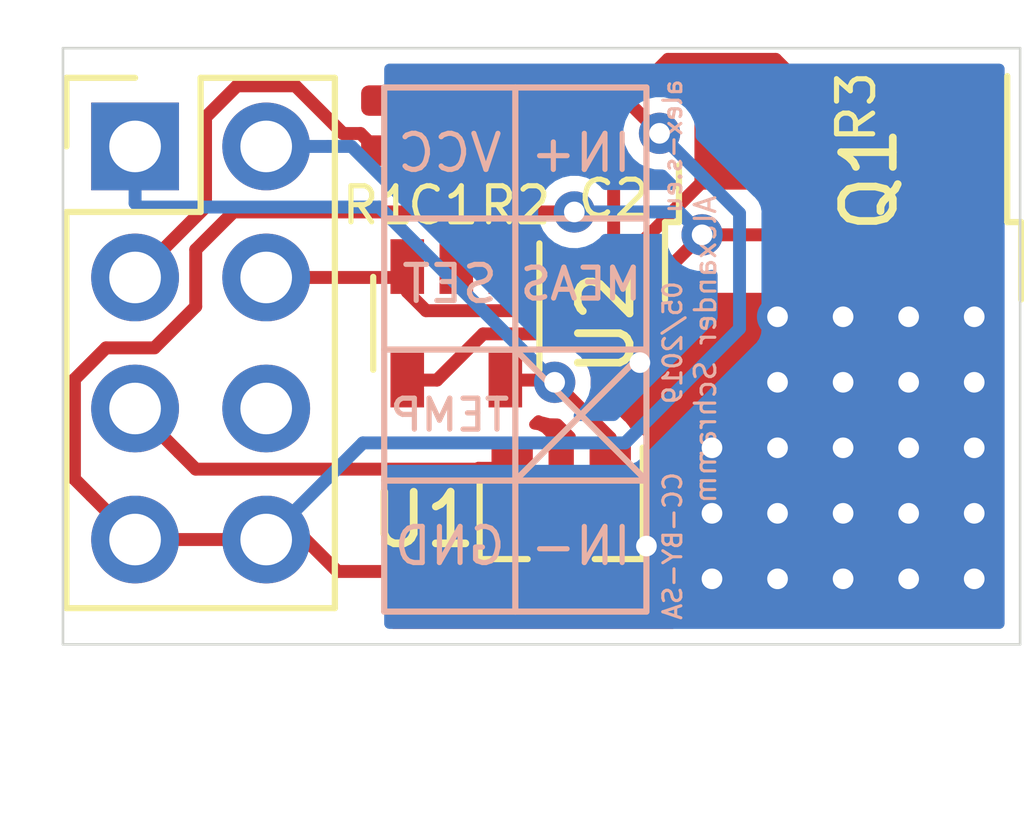
<source format=kicad_pcb>
(kicad_pcb (version 20190516) (host pcbnew "(5.1.0-724-gb8e2054b2)")

  (general
    (thickness 1.6)
    (drawings 38)
    (tracks 112)
    (modules 9)
    (nets 11)
  )

  (page "A4")
  (layers
    (0 "F.Cu" signal)
    (31 "B.Cu" signal)
    (32 "B.Adhes" user)
    (33 "F.Adhes" user)
    (34 "B.Paste" user)
    (35 "F.Paste" user)
    (36 "B.SilkS" user)
    (37 "F.SilkS" user)
    (38 "B.Mask" user)
    (39 "F.Mask" user)
    (40 "Dwgs.User" user)
    (41 "Cmts.User" user)
    (42 "Eco1.User" user)
    (43 "Eco2.User" user)
    (44 "Edge.Cuts" user)
    (45 "Margin" user)
    (46 "B.CrtYd" user)
    (47 "F.CrtYd" user)
    (48 "B.Fab" user)
    (49 "F.Fab" user)
  )

  (setup
    (last_trace_width 0.25)
    (user_trace_width 0.5)
    (trace_clearance 0.2)
    (zone_clearance 0.3)
    (zone_45_only no)
    (trace_min 0.2)
    (via_size 0.8)
    (via_drill 0.4)
    (via_min_size 0.4)
    (via_min_drill 0.3)
    (uvia_size 0.3)
    (uvia_drill 0.1)
    (uvias_allowed no)
    (uvia_min_size 0.2)
    (uvia_min_drill 0.1)
    (max_error 0.005)
    (edge_width 0.05)
    (segment_width 0.2)
    (pcb_text_width 0.3)
    (pcb_text_size 1.5 1.5)
    (mod_edge_width 0.12)
    (mod_text_size 1 1)
    (mod_text_width 0.15)
    (pad_size 6.4 5.8)
    (pad_drill 0)
    (pad_to_mask_clearance 0.051)
    (solder_mask_min_width 0.25)
    (aux_axis_origin 0 0)
    (visible_elements FFFFFF7F)
    (pcbplotparams
      (layerselection 0x010fc_ffffffff)
      (usegerberextensions true)
      (usegerberattributes false)
      (usegerberadvancedattributes false)
      (creategerberjobfile false)
      (excludeedgelayer true)
      (linewidth 0.100000)
      (plotframeref false)
      (viasonmask false)
      (mode 1)
      (useauxorigin false)
      (hpglpennumber 1)
      (hpglpenspeed 20)
      (hpglpendiameter 15.000000)
      (psnegative false)
      (psa4output false)
      (plotreference true)
      (plotvalue true)
      (plotinvisibletext false)
      (padsonsilk false)
      (subtractmaskfromsilk false)
      (outputformat 1)
      (mirror false)
      (drillshape 0)
      (scaleselection 1)
      (outputdirectory "gerbers/"))
  )

  (net 0 "")
  (net 1 "Net-(C1-Pad2)")
  (net 2 "/filter_in")
  (net 3 "GND")
  (net 4 "/filter_out")
  (net 5 "/temp_sense")
  (net 6 "/cur_sense")
  (net 7 "/current_set")
  (net 8 "/CONN_V+")
  (net 9 "+5V")
  (net 10 "Net-(J1-Pad6)")

  (net_class "Default" "Dies ist die voreingestellte Netzklasse."
    (clearance 0.2)
    (trace_width 0.25)
    (via_dia 0.8)
    (via_drill 0.4)
    (uvia_dia 0.3)
    (uvia_drill 0.1)
    (add_net "+5V")
    (add_net "/CONN_V+")
    (add_net "/cur_sense")
    (add_net "/current_set")
    (add_net "/filter_in")
    (add_net "/filter_out")
    (add_net "/temp_sense")
    (add_net "GND")
    (add_net "Net-(C1-Pad2)")
    (add_net "Net-(J1-Pad6)")
  )

  (module "Connector_PinHeader_2.54mm:PinHeader_2x04_P2.54mm_Vertical" (layer "F.Cu") (tedit 59FED5CC) (tstamp 5CEC8678)
    (at 49.784 98.298)
    (descr "Through hole straight pin header, 2x04, 2.54mm pitch, double rows")
    (tags "Through hole pin header THT 2x04 2.54mm double row")
    (path "/5CF24122")
    (fp_text reference "J1" (at 4.826 7.874 90) (layer "F.SilkS") hide
      (effects (font (size 1 1) (thickness 0.15)))
    )
    (fp_text value "Connector" (at 1.27 9.95) (layer "F.Fab")
      (effects (font (size 1 1) (thickness 0.15)))
    )
    (fp_text user "%R" (at 1.27 3.81 90) (layer "F.Fab")
      (effects (font (size 1 1) (thickness 0.15)))
    )
    (fp_line (start 4.35 -1.8) (end -1.8 -1.8) (layer "F.CrtYd") (width 0.05))
    (fp_line (start 4.35 9.4) (end 4.35 -1.8) (layer "F.CrtYd") (width 0.05))
    (fp_line (start -1.8 9.4) (end 4.35 9.4) (layer "F.CrtYd") (width 0.05))
    (fp_line (start -1.8 -1.8) (end -1.8 9.4) (layer "F.CrtYd") (width 0.05))
    (fp_line (start -1.33 -1.33) (end 0 -1.33) (layer "F.SilkS") (width 0.12))
    (fp_line (start -1.33 0) (end -1.33 -1.33) (layer "F.SilkS") (width 0.12))
    (fp_line (start 1.27 -1.33) (end 3.87 -1.33) (layer "F.SilkS") (width 0.12))
    (fp_line (start 1.27 1.27) (end 1.27 -1.33) (layer "F.SilkS") (width 0.12))
    (fp_line (start -1.33 1.27) (end 1.27 1.27) (layer "F.SilkS") (width 0.12))
    (fp_line (start 3.87 -1.33) (end 3.87 8.95) (layer "F.SilkS") (width 0.12))
    (fp_line (start -1.33 1.27) (end -1.33 8.95) (layer "F.SilkS") (width 0.12))
    (fp_line (start -1.33 8.95) (end 3.87 8.95) (layer "F.SilkS") (width 0.12))
    (fp_line (start -1.27 0) (end 0 -1.27) (layer "F.Fab") (width 0.1))
    (fp_line (start -1.27 8.89) (end -1.27 0) (layer "F.Fab") (width 0.1))
    (fp_line (start 3.81 8.89) (end -1.27 8.89) (layer "F.Fab") (width 0.1))
    (fp_line (start 3.81 -1.27) (end 3.81 8.89) (layer "F.Fab") (width 0.1))
    (fp_line (start 0 -1.27) (end 3.81 -1.27) (layer "F.Fab") (width 0.1))
    (pad "8" thru_hole oval (at 2.54 7.62) (size 1.7 1.7) (drill 1) (layers *.Cu *.Mask)
      (net 3 "GND"))
    (pad "7" thru_hole oval (at 0 7.62) (size 1.7 1.7) (drill 1) (layers *.Cu *.Mask)
      (net 3 "GND"))
    (pad "6" thru_hole oval (at 2.54 5.08) (size 1.7 1.7) (drill 1) (layers *.Cu *.Mask)
      (net 10 "Net-(J1-Pad6)"))
    (pad "5" thru_hole oval (at 0 5.08) (size 1.7 1.7) (drill 1) (layers *.Cu *.Mask)
      (net 5 "/temp_sense"))
    (pad "4" thru_hole oval (at 2.54 2.54) (size 1.7 1.7) (drill 1) (layers *.Cu *.Mask)
      (net 6 "/cur_sense"))
    (pad "3" thru_hole oval (at 0 2.54) (size 1.7 1.7) (drill 1) (layers *.Cu *.Mask)
      (net 7 "/current_set"))
    (pad "2" thru_hole oval (at 2.54 0) (size 1.7 1.7) (drill 1) (layers *.Cu *.Mask)
      (net 8 "/CONN_V+"))
    (pad "1" thru_hole rect (at 0 0) (size 1.7 1.7) (drill 1) (layers *.Cu *.Mask)
      (net 9 "+5V"))
    (model "${KISYS3DMOD}/Connector_PinHeader_2.54mm.3dshapes/PinHeader_2x04_P2.54mm_Vertical.wrl"
      (at (xyz 0 0 0))
      (scale (xyz 1 1 1))
      (rotate (xyz 0 0 0))
    )
  )

  (module "Package_TO_SOT_SMD:SOT-23-5" (layer "F.Cu") (tedit 5A02FF57) (tstamp 5CEC9B96)
    (at 56.007 101.727 270)
    (descr "5-pin SOT23 package")
    (tags "SOT-23-5")
    (path "/5CEC9CFA")
    (attr smd)
    (fp_text reference "U2" (at 0 -2.9 90) (layer "F.SilkS")
      (effects (font (size 1 1) (thickness 0.15)))
    )
    (fp_text value "LMV611" (at 0 2.9 90) (layer "F.Fab")
      (effects (font (size 1 1) (thickness 0.15)))
    )
    (fp_line (start 0.9 -1.55) (end 0.9 1.55) (layer "F.Fab") (width 0.1))
    (fp_line (start 0.9 1.55) (end -0.9 1.55) (layer "F.Fab") (width 0.1))
    (fp_line (start -0.9 -0.9) (end -0.9 1.55) (layer "F.Fab") (width 0.1))
    (fp_line (start 0.9 -1.55) (end -0.25 -1.55) (layer "F.Fab") (width 0.1))
    (fp_line (start -0.9 -0.9) (end -0.25 -1.55) (layer "F.Fab") (width 0.1))
    (fp_line (start -1.9 1.8) (end -1.9 -1.8) (layer "F.CrtYd") (width 0.05))
    (fp_line (start 1.9 1.8) (end -1.9 1.8) (layer "F.CrtYd") (width 0.05))
    (fp_line (start 1.9 -1.8) (end 1.9 1.8) (layer "F.CrtYd") (width 0.05))
    (fp_line (start -1.9 -1.8) (end 1.9 -1.8) (layer "F.CrtYd") (width 0.05))
    (fp_line (start 0.9 -1.61) (end -1.55 -1.61) (layer "F.SilkS") (width 0.12))
    (fp_line (start -0.9 1.61) (end 0.9 1.61) (layer "F.SilkS") (width 0.12))
    (fp_text user "%R" (at 0 -0.011) (layer "F.Fab")
      (effects (font (size 0.5 0.5) (thickness 0.075)))
    )
    (pad "5" smd rect (at 1.1 -0.95 270) (size 1.06 0.65) (layers "F.Cu" "F.Paste" "F.Mask")
      (net 9 "+5V"))
    (pad "4" smd rect (at 1.1 0.95 270) (size 1.06 0.65) (layers "F.Cu" "F.Paste" "F.Mask")
      (net 2 "/filter_in"))
    (pad "3" smd rect (at -1.1 0.95 270) (size 1.06 0.65) (layers "F.Cu" "F.Paste" "F.Mask")
      (net 6 "/cur_sense"))
    (pad "2" smd rect (at -1.1 0 270) (size 1.06 0.65) (layers "F.Cu" "F.Paste" "F.Mask")
      (net 3 "GND"))
    (pad "1" smd rect (at -1.1 -0.95 270) (size 1.06 0.65) (layers "F.Cu" "F.Paste" "F.Mask")
      (net 4 "/filter_out"))
    (model "${KISYS3DMOD}/Package_TO_SOT_SMD.3dshapes/SOT-23-5.wrl"
      (at (xyz 0 0 0))
      (scale (xyz 1 1 1))
      (rotate (xyz 0 0 0))
    )
  )

  (module "Package_TO_SOT_SMD:SOT-23" (layer "F.Cu") (tedit 5A02FF57) (tstamp 5CEC841F)
    (at 58.039 105.537 270)
    (descr "SOT-23, Standard")
    (tags "SOT-23")
    (path "/5CF0DC0C")
    (attr smd)
    (fp_text reference "U1" (at 0 2.667) (layer "F.SilkS")
      (effects (font (size 1 1) (thickness 0.15)))
    )
    (fp_text value "MCP9700T-ETT" (at 0 2.5 270) (layer "F.Fab")
      (effects (font (size 1 1) (thickness 0.15)))
    )
    (fp_line (start 0.76 1.58) (end -0.7 1.58) (layer "F.SilkS") (width 0.12))
    (fp_line (start 0.76 -1.58) (end -1.4 -1.58) (layer "F.SilkS") (width 0.12))
    (fp_line (start -1.7 1.75) (end -1.7 -1.75) (layer "F.CrtYd") (width 0.05))
    (fp_line (start 1.7 1.75) (end -1.7 1.75) (layer "F.CrtYd") (width 0.05))
    (fp_line (start 1.7 -1.75) (end 1.7 1.75) (layer "F.CrtYd") (width 0.05))
    (fp_line (start -1.7 -1.75) (end 1.7 -1.75) (layer "F.CrtYd") (width 0.05))
    (fp_line (start 0.76 -1.58) (end 0.76 -0.65) (layer "F.SilkS") (width 0.12))
    (fp_line (start 0.76 1.58) (end 0.76 0.65) (layer "F.SilkS") (width 0.12))
    (fp_line (start -0.7 1.52) (end 0.7 1.52) (layer "F.Fab") (width 0.1))
    (fp_line (start 0.7 -1.52) (end 0.7 1.52) (layer "F.Fab") (width 0.1))
    (fp_line (start -0.7 -0.95) (end -0.15 -1.52) (layer "F.Fab") (width 0.1))
    (fp_line (start -0.15 -1.52) (end 0.7 -1.52) (layer "F.Fab") (width 0.1))
    (fp_line (start -0.7 -0.95) (end -0.7 1.5) (layer "F.Fab") (width 0.1))
    (fp_text user "%R" (at 0 0 180) (layer "F.Fab")
      (effects (font (size 0.5 0.5) (thickness 0.075)))
    )
    (pad "3" smd rect (at 1 0 270) (size 0.9 0.8) (layers "F.Cu" "F.Paste" "F.Mask")
      (net 3 "GND"))
    (pad "2" smd rect (at -1 0.95 270) (size 0.9 0.8) (layers "F.Cu" "F.Paste" "F.Mask")
      (net 5 "/temp_sense"))
    (pad "1" smd rect (at -1 -0.95 270) (size 0.9 0.8) (layers "F.Cu" "F.Paste" "F.Mask")
      (net 9 "+5V"))
    (model "${KISYS3DMOD}/Package_TO_SOT_SMD.3dshapes/SOT-23.wrl"
      (at (xyz 0 0 0))
      (scale (xyz 1 1 1))
      (rotate (xyz 0 0 0))
    )
  )

  (module "Resistor_SMD:R_0402_1005Metric" (layer "F.Cu") (tedit 5B301BBD) (tstamp 5CEC840A)
    (at 62.738 97.64 90)
    (descr "Resistor SMD 0402 (1005 Metric), square (rectangular) end terminal, IPC_7351 nominal, (Body size source: http://www.tortai-tech.com/upload/download/2011102023233369053.pdf), generated with kicad-footprint-generator")
    (tags "resistor")
    (path "/5CEC730F")
    (attr smd)
    (fp_text reference "R3" (at 0.104 1.016 90) (layer "F.SilkS")
      (effects (font (size 0.7 0.7) (thickness 0.1)))
    )
    (fp_text value "10R" (at 0 1.17 90) (layer "F.Fab")
      (effects (font (size 1 1) (thickness 0.15)))
    )
    (fp_text user "%R" (at 0 0 90) (layer "F.Fab")
      (effects (font (size 0.25 0.25) (thickness 0.04)))
    )
    (fp_line (start 0.93 0.47) (end -0.93 0.47) (layer "F.CrtYd") (width 0.05))
    (fp_line (start 0.93 -0.47) (end 0.93 0.47) (layer "F.CrtYd") (width 0.05))
    (fp_line (start -0.93 -0.47) (end 0.93 -0.47) (layer "F.CrtYd") (width 0.05))
    (fp_line (start -0.93 0.47) (end -0.93 -0.47) (layer "F.CrtYd") (width 0.05))
    (fp_line (start 0.5 0.25) (end -0.5 0.25) (layer "F.Fab") (width 0.1))
    (fp_line (start 0.5 -0.25) (end 0.5 0.25) (layer "F.Fab") (width 0.1))
    (fp_line (start -0.5 -0.25) (end 0.5 -0.25) (layer "F.Fab") (width 0.1))
    (fp_line (start -0.5 0.25) (end -0.5 -0.25) (layer "F.Fab") (width 0.1))
    (pad "2" smd roundrect (at 0.485 0 90) (size 0.59 0.64) (layers "F.Cu" "F.Paste" "F.Mask") (roundrect_rratio 0.25)
      (net 3 "GND"))
    (pad "1" smd roundrect (at -0.485 0 90) (size 0.59 0.64) (layers "F.Cu" "F.Paste" "F.Mask") (roundrect_rratio 0.25)
      (net 6 "/cur_sense"))
    (model "${KISYS3DMOD}/Resistor_SMD.3dshapes/R_0402_1005Metric.wrl"
      (at (xyz 0 0 0))
      (scale (xyz 1 1 1))
      (rotate (xyz 0 0 0))
    )
  )

  (module "Resistor_SMD:R_0402_1005Metric" (layer "F.Cu") (tedit 5B301BBD) (tstamp 5CEC83FB)
    (at 57.15 97.917 90)
    (descr "Resistor SMD 0402 (1005 Metric), square (rectangular) end terminal, IPC_7351 nominal, (Body size source: http://www.tortai-tech.com/upload/download/2011102023233369053.pdf), generated with kicad-footprint-generator")
    (tags "resistor")
    (path "/5CED3CE6")
    (attr smd)
    (fp_text reference "R2" (at -1.524 0 180) (layer "F.SilkS")
      (effects (font (size 0.7 0.7) (thickness 0.1)))
    )
    (fp_text value "10k" (at 0 1.17 90) (layer "F.Fab")
      (effects (font (size 1 1) (thickness 0.15)))
    )
    (fp_text user "%R" (at 0 0 90) (layer "F.Fab")
      (effects (font (size 0.25 0.25) (thickness 0.04)))
    )
    (fp_line (start 0.93 0.47) (end -0.93 0.47) (layer "F.CrtYd") (width 0.05))
    (fp_line (start 0.93 -0.47) (end 0.93 0.47) (layer "F.CrtYd") (width 0.05))
    (fp_line (start -0.93 -0.47) (end 0.93 -0.47) (layer "F.CrtYd") (width 0.05))
    (fp_line (start -0.93 0.47) (end -0.93 -0.47) (layer "F.CrtYd") (width 0.05))
    (fp_line (start 0.5 0.25) (end -0.5 0.25) (layer "F.Fab") (width 0.1))
    (fp_line (start 0.5 -0.25) (end 0.5 0.25) (layer "F.Fab") (width 0.1))
    (fp_line (start -0.5 -0.25) (end 0.5 -0.25) (layer "F.Fab") (width 0.1))
    (fp_line (start -0.5 0.25) (end -0.5 -0.25) (layer "F.Fab") (width 0.1))
    (pad "2" smd roundrect (at 0.485 0 90) (size 0.59 0.64) (layers "F.Cu" "F.Paste" "F.Mask") (roundrect_rratio 0.25)
      (net 1 "Net-(C1-Pad2)"))
    (pad "1" smd roundrect (at -0.485 0 90) (size 0.59 0.64) (layers "F.Cu" "F.Paste" "F.Mask") (roundrect_rratio 0.25)
      (net 4 "/filter_out"))
    (model "${KISYS3DMOD}/Resistor_SMD.3dshapes/R_0402_1005Metric.wrl"
      (at (xyz 0 0 0))
      (scale (xyz 1 1 1))
      (rotate (xyz 0 0 0))
    )
  )

  (module "Resistor_SMD:R_0402_1005Metric" (layer "F.Cu") (tedit 5B301BBD) (tstamp 5CEC83EC)
    (at 54.483 97.894 270)
    (descr "Resistor SMD 0402 (1005 Metric), square (rectangular) end terminal, IPC_7351 nominal, (Body size source: http://www.tortai-tech.com/upload/download/2011102023233369053.pdf), generated with kicad-footprint-generator")
    (tags "resistor")
    (path "/5CED5600")
    (attr smd)
    (fp_text reference "R1" (at 1.547 0 180) (layer "F.SilkS")
      (effects (font (size 0.7 0.7) (thickness 0.1)))
    )
    (fp_text value "10k" (at 0 1.17 90) (layer "F.Fab")
      (effects (font (size 1 1) (thickness 0.15)))
    )
    (fp_text user "%R" (at 0 0 90) (layer "F.Fab")
      (effects (font (size 0.25 0.25) (thickness 0.04)))
    )
    (fp_line (start 0.93 0.47) (end -0.93 0.47) (layer "F.CrtYd") (width 0.05))
    (fp_line (start 0.93 -0.47) (end 0.93 0.47) (layer "F.CrtYd") (width 0.05))
    (fp_line (start -0.93 -0.47) (end 0.93 -0.47) (layer "F.CrtYd") (width 0.05))
    (fp_line (start -0.93 0.47) (end -0.93 -0.47) (layer "F.CrtYd") (width 0.05))
    (fp_line (start 0.5 0.25) (end -0.5 0.25) (layer "F.Fab") (width 0.1))
    (fp_line (start 0.5 -0.25) (end 0.5 0.25) (layer "F.Fab") (width 0.1))
    (fp_line (start -0.5 -0.25) (end 0.5 -0.25) (layer "F.Fab") (width 0.1))
    (fp_line (start -0.5 0.25) (end -0.5 -0.25) (layer "F.Fab") (width 0.1))
    (pad "2" smd roundrect (at 0.485 0 270) (size 0.59 0.64) (layers "F.Cu" "F.Paste" "F.Mask") (roundrect_rratio 0.25)
      (net 7 "/current_set"))
    (pad "1" smd roundrect (at -0.485 0 270) (size 0.59 0.64) (layers "F.Cu" "F.Paste" "F.Mask") (roundrect_rratio 0.25)
      (net 1 "Net-(C1-Pad2)"))
    (model "${KISYS3DMOD}/Resistor_SMD.3dshapes/R_0402_1005Metric.wrl"
      (at (xyz 0 0 0))
      (scale (xyz 1 1 1))
      (rotate (xyz 0 0 0))
    )
  )

  (module "Package_TO_SOT_SMD:TO-252-2" (layer "F.Cu") (tedit 5CEC7B57) (tstamp 5CEC83DD)
    (at 63.5 102.235 270)
    (descr "TO-252 / DPAK SMD package, http://www.infineon.com/cms/en/product/packages/PG-TO252/PG-TO252-3-1/")
    (tags "DPAK TO-252 DPAK-3 TO-252-3 SOT-428")
    (path "/5CEC659F")
    (attr smd)
    (fp_text reference "Q1" (at -3.302 -0.508 270) (layer "F.SilkS")
      (effects (font (size 1 1) (thickness 0.15)))
    )
    (fp_text value "WSF40N06" (at 0 4.5 90) (layer "F.Fab")
      (effects (font (size 1 1) (thickness 0.15)))
    )
    (fp_text user "%R" (at 0 0 90) (layer "F.Fab")
      (effects (font (size 1 1) (thickness 0.15)))
    )
    (fp_line (start 5.55 -3.5) (end -5.55 -3.5) (layer "F.CrtYd") (width 0.05))
    (fp_line (start 5.55 3.5) (end 5.55 -3.5) (layer "F.CrtYd") (width 0.05))
    (fp_line (start -5.55 3.5) (end 5.55 3.5) (layer "F.CrtYd") (width 0.05))
    (fp_line (start -5.55 -3.5) (end -5.55 3.5) (layer "F.CrtYd") (width 0.05))
    (fp_line (start -2.47 3.18) (end -3.57 3.18) (layer "F.SilkS") (width 0.12))
    (fp_line (start -2.47 3.45) (end -2.47 3.18) (layer "F.SilkS") (width 0.12))
    (fp_line (start -0.97 3.45) (end -2.47 3.45) (layer "F.SilkS") (width 0.12))
    (fp_line (start -2.47 -3.18) (end -5.3 -3.18) (layer "F.SilkS") (width 0.12))
    (fp_line (start -2.47 -3.45) (end -2.47 -3.18) (layer "F.SilkS") (width 0.12))
    (fp_line (start -0.97 -3.45) (end -2.47 -3.45) (layer "F.SilkS") (width 0.12))
    (fp_line (start -4.97 2.655) (end -2.27 2.655) (layer "F.Fab") (width 0.1))
    (fp_line (start -4.97 1.905) (end -4.97 2.655) (layer "F.Fab") (width 0.1))
    (fp_line (start -2.27 1.905) (end -4.97 1.905) (layer "F.Fab") (width 0.1))
    (fp_line (start -4.97 -1.905) (end -2.27 -1.905) (layer "F.Fab") (width 0.1))
    (fp_line (start -4.97 -2.655) (end -4.97 -1.905) (layer "F.Fab") (width 0.1))
    (fp_line (start -1.865 -2.655) (end -4.97 -2.655) (layer "F.Fab") (width 0.1))
    (fp_line (start -1.27 -3.25) (end 3.95 -3.25) (layer "F.Fab") (width 0.1))
    (fp_line (start -2.27 -2.25) (end -1.27 -3.25) (layer "F.Fab") (width 0.1))
    (fp_line (start -2.27 3.25) (end -2.27 -2.25) (layer "F.Fab") (width 0.1))
    (fp_line (start 3.95 3.25) (end -2.27 3.25) (layer "F.Fab") (width 0.1))
    (fp_line (start 3.95 -3.25) (end 3.95 3.25) (layer "F.Fab") (width 0.1))
    (fp_line (start 4.95 2.7) (end 3.95 2.7) (layer "F.Fab") (width 0.1))
    (fp_line (start 4.95 -2.7) (end 4.95 2.7) (layer "F.Fab") (width 0.1))
    (fp_line (start 3.95 -2.7) (end 4.95 -2.7) (layer "F.Fab") (width 0.1))
    (pad "" smd rect (at 0.425 1.525 270) (size 3.05 2.75) (layers "F.Paste"))
    (pad "" smd rect (at 3.775 -1.525 270) (size 3.05 2.75) (layers "F.Paste"))
    (pad "" smd rect (at 0.425 -1.525 270) (size 3.05 2.75) (layers "F.Paste"))
    (pad "" smd rect (at 3.775 1.525 270) (size 3.05 2.75) (layers "F.Paste"))
    (pad "2" smd rect (at 2.1 0 270) (size 6.4 5.8) (layers "F.Cu" "F.Mask")
      (net 8 "/CONN_V+"))
    (pad "3" smd rect (at -4.2 2.28 270) (size 2.2 1.2) (layers "F.Cu" "F.Paste" "F.Mask")
      (net 6 "/cur_sense"))
    (pad "1" smd rect (at -4.2 -2.28 270) (size 2.2 1.2) (layers "F.Cu" "F.Paste" "F.Mask")
      (net 2 "/filter_in"))
    (model "${KISYS3DMOD}/Package_TO_SOT_SMD.3dshapes/TO-252-2.wrl"
      (at (xyz 0 0 0))
      (scale (xyz 1 1 1))
      (rotate (xyz 0 0 0))
    )
  )

  (module "Capacitor_SMD:C_0402_1005Metric" (layer "F.Cu") (tedit 5B301BBE) (tstamp 5CEC83B9)
    (at 58.42 97.894 90)
    (descr "Capacitor SMD 0402 (1005 Metric), square (rectangular) end terminal, IPC_7351 nominal, (Body size source: http://www.tortai-tech.com/upload/download/2011102023233369053.pdf), generated with kicad-footprint-generator")
    (tags "capacitor")
    (path "/5CED5A49")
    (attr smd)
    (fp_text reference "C2" (at -1.42 0.635 180) (layer "F.SilkS")
      (effects (font (size 0.7 0.7) (thickness 0.1)))
    )
    (fp_text value "100nF" (at 0 1.17 90) (layer "F.Fab")
      (effects (font (size 1 1) (thickness 0.15)))
    )
    (fp_text user "%R" (at 0 0 90) (layer "F.Fab")
      (effects (font (size 0.25 0.25) (thickness 0.04)))
    )
    (fp_line (start 0.93 0.47) (end -0.93 0.47) (layer "F.CrtYd") (width 0.05))
    (fp_line (start 0.93 -0.47) (end 0.93 0.47) (layer "F.CrtYd") (width 0.05))
    (fp_line (start -0.93 -0.47) (end 0.93 -0.47) (layer "F.CrtYd") (width 0.05))
    (fp_line (start -0.93 0.47) (end -0.93 -0.47) (layer "F.CrtYd") (width 0.05))
    (fp_line (start 0.5 0.25) (end -0.5 0.25) (layer "F.Fab") (width 0.1))
    (fp_line (start 0.5 -0.25) (end 0.5 0.25) (layer "F.Fab") (width 0.1))
    (fp_line (start -0.5 -0.25) (end 0.5 -0.25) (layer "F.Fab") (width 0.1))
    (fp_line (start -0.5 0.25) (end -0.5 -0.25) (layer "F.Fab") (width 0.1))
    (pad "2" smd roundrect (at 0.485 0 90) (size 0.59 0.64) (layers "F.Cu" "F.Paste" "F.Mask") (roundrect_rratio 0.25)
      (net 3 "GND"))
    (pad "1" smd roundrect (at -0.485 0 90) (size 0.59 0.64) (layers "F.Cu" "F.Paste" "F.Mask") (roundrect_rratio 0.25)
      (net 4 "/filter_out"))
    (model "${KISYS3DMOD}/Capacitor_SMD.3dshapes/C_0402_1005Metric.wrl"
      (at (xyz 0 0 0))
      (scale (xyz 1 1 1))
      (rotate (xyz 0 0 0))
    )
  )

  (module "Capacitor_SMD:C_0402_1005Metric" (layer "F.Cu") (tedit 5B301BBE) (tstamp 5CEC83AA)
    (at 55.753 97.894 90)
    (descr "Capacitor SMD 0402 (1005 Metric), square (rectangular) end terminal, IPC_7351 nominal, (Body size source: http://www.tortai-tech.com/upload/download/2011102023233369053.pdf), generated with kicad-footprint-generator")
    (tags "capacitor")
    (path "/5CED2944")
    (attr smd)
    (fp_text reference "C1" (at -1.547 0 180) (layer "F.SilkS")
      (effects (font (size 0.7 0.7) (thickness 0.1)))
    )
    (fp_text value "100nF" (at 0 1.17 90) (layer "F.Fab")
      (effects (font (size 1 1) (thickness 0.15)))
    )
    (fp_text user "%R" (at 0 0 90) (layer "F.Fab")
      (effects (font (size 0.25 0.25) (thickness 0.04)))
    )
    (fp_line (start 0.93 0.47) (end -0.93 0.47) (layer "F.CrtYd") (width 0.05))
    (fp_line (start 0.93 -0.47) (end 0.93 0.47) (layer "F.CrtYd") (width 0.05))
    (fp_line (start -0.93 -0.47) (end 0.93 -0.47) (layer "F.CrtYd") (width 0.05))
    (fp_line (start -0.93 0.47) (end -0.93 -0.47) (layer "F.CrtYd") (width 0.05))
    (fp_line (start 0.5 0.25) (end -0.5 0.25) (layer "F.Fab") (width 0.1))
    (fp_line (start 0.5 -0.25) (end 0.5 0.25) (layer "F.Fab") (width 0.1))
    (fp_line (start -0.5 -0.25) (end 0.5 -0.25) (layer "F.Fab") (width 0.1))
    (fp_line (start -0.5 0.25) (end -0.5 -0.25) (layer "F.Fab") (width 0.1))
    (pad "2" smd roundrect (at 0.485 0 90) (size 0.59 0.64) (layers "F.Cu" "F.Paste" "F.Mask") (roundrect_rratio 0.25)
      (net 1 "Net-(C1-Pad2)"))
    (pad "1" smd roundrect (at -0.485 0 90) (size 0.59 0.64) (layers "F.Cu" "F.Paste" "F.Mask") (roundrect_rratio 0.25)
      (net 2 "/filter_in"))
    (model "${KISYS3DMOD}/Capacitor_SMD.3dshapes/C_0402_1005Metric.wrl"
      (at (xyz 0 0 0))
      (scale (xyz 1 1 1))
      (rotate (xyz 0 0 0))
    )
  )

  (gr_text "Alexander Schramm" (at 60.833 102.235 90) (layer "B.SilkS")
    (effects (font (size 0.4 0.4) (thickness 0.06)) (justify mirror))
  )
  (gr_text "alex-s.eu     05/2019     CC-BY-SA" (at 60.198 102.235 90) (layer "B.SilkS")
    (effects (font (size 0.35 0.35) (thickness 0.06)) (justify mirror))
  )
  (gr_line (start 59.69 104.775) (end 57.15 102.235) (layer "B.SilkS") (width 0.12) (tstamp 5CECCCEA))
  (gr_line (start 57.15 104.775) (end 59.69 102.235) (layer "B.SilkS") (width 0.12) (tstamp 5CECCCE9))
  (gr_text "GND" (at 55.88 106.045) (layer "B.SilkS")
    (effects (font (size 0.7 0.7) (thickness 0.1)) (justify mirror))
  )
  (gr_text "IN-" (at 58.42 106.045) (layer "B.SilkS")
    (effects (font (size 0.7 0.7) (thickness 0.1)) (justify mirror))
  )
  (gr_text "TEMP" (at 55.88 103.505) (layer "B.SilkS")
    (effects (font (size 0.6 0.6) (thickness 0.1)) (justify mirror))
  )
  (gr_text "SET" (at 55.88 100.965) (layer "B.SilkS")
    (effects (font (size 0.7 0.7) (thickness 0.1)) (justify mirror))
  )
  (gr_text "MEAS" (at 58.42 100.965) (layer "B.SilkS")
    (effects (font (size 0.6 0.6) (thickness 0.1)) (justify mirror))
  )
  (gr_line (start 54.61 107.315) (end 54.61 104.775) (layer "B.SilkS") (width 0.12) (tstamp 5CECCCA7))
  (gr_line (start 57.15 107.315) (end 54.61 107.315) (layer "B.SilkS") (width 0.12))
  (gr_line (start 57.15 107.315) (end 57.15 104.775) (layer "B.SilkS") (width 0.12) (tstamp 5CECCCA6))
  (gr_line (start 59.69 107.315) (end 57.15 107.315) (layer "B.SilkS") (width 0.12))
  (gr_line (start 59.69 104.775) (end 59.69 107.315) (layer "B.SilkS") (width 0.12))
  (gr_line (start 54.61 104.775) (end 54.61 102.235) (layer "B.SilkS") (width 0.12) (tstamp 5CECCCA5))
  (gr_line (start 57.15 104.775) (end 54.61 104.775) (layer "B.SilkS") (width 0.12))
  (gr_line (start 57.15 104.775) (end 57.15 102.235) (layer "B.SilkS") (width 0.12) (tstamp 5CECCCA4))
  (gr_line (start 59.69 104.775) (end 57.15 104.775) (layer "B.SilkS") (width 0.12))
  (gr_line (start 59.69 102.235) (end 59.69 104.775) (layer "B.SilkS") (width 0.12))
  (gr_line (start 59.69 102.235) (end 59.69 99.695) (layer "B.SilkS") (width 0.12) (tstamp 5CECCCA3))
  (gr_line (start 57.15 102.235) (end 59.69 102.235) (layer "B.SilkS") (width 0.12))
  (gr_line (start 54.61 102.235) (end 54.61 99.695) (layer "B.SilkS") (width 0.12) (tstamp 5CECCCA2))
  (gr_line (start 57.15 102.235) (end 54.61 102.235) (layer "B.SilkS") (width 0.12))
  (gr_line (start 57.15 99.695) (end 57.15 102.235) (layer "B.SilkS") (width 0.12))
  (gr_text "IN+\n" (at 58.42 98.425) (layer "B.SilkS")
    (effects (font (size 0.7 0.7) (thickness 0.1)) (justify mirror))
  )
  (gr_line (start 59.69 99.695) (end 57.15 99.695) (layer "B.SilkS") (width 0.12) (tstamp 5CECCC60))
  (gr_line (start 59.69 97.155) (end 59.69 99.695) (layer "B.SilkS") (width 0.12))
  (gr_line (start 57.15 97.155) (end 59.69 97.155) (layer "B.SilkS") (width 0.12))
  (gr_text "VCC\n" (at 55.88 98.425) (layer "B.SilkS")
    (effects (font (size 0.7 0.7) (thickness 0.1)) (justify mirror))
  )
  (gr_line (start 54.61 99.695) (end 54.61 97.155) (layer "B.SilkS") (width 0.12) (tstamp 5CECCC5E))
  (gr_line (start 57.15 99.695) (end 54.61 99.695) (layer "B.SilkS") (width 0.12))
  (gr_line (start 57.15 97.155) (end 57.15 99.695) (layer "B.SilkS") (width 0.12))
  (gr_line (start 54.61 97.155) (end 57.15 97.155) (layer "B.SilkS") (width 0.12))
  (gr_line (start 66.929 107.95) (end 66.929 96.393) (layer "Edge.Cuts") (width 0.05) (tstamp 5CECA95F))
  (gr_line (start 48.387 107.95) (end 66.929 107.95) (layer "Edge.Cuts") (width 0.05))
  (gr_line (start 48.387 96.393) (end 48.387 107.95) (layer "Edge.Cuts") (width 0.05))
  (gr_line (start 66.929 96.393) (end 48.387 96.393) (layer "Edge.Cuts") (width 0.05))
  (gr_poly (pts (xy 66.802 96.52) (xy 66.802 107.823) (xy 61.976 107.823) (xy 61.976 96.52)) (layer "B.Mask") (width 0))

  (via (at 60.96 106.68) (size 0.8) (drill 0.4) (layers "F.Cu" "B.Cu") (net 8))
  (via (at 62.23 106.68) (size 0.8) (drill 0.4) (layers "F.Cu" "B.Cu") (net 8))
  (via (at 63.5 106.68) (size 0.8) (drill 0.4) (layers "F.Cu" "B.Cu") (net 8))
  (via (at 64.77 106.68) (size 0.8) (drill 0.4) (layers "F.Cu" "B.Cu") (net 8))
  (via (at 66.04 106.68) (size 0.8) (drill 0.4) (layers "F.Cu" "B.Cu") (net 8))
  (via (at 66.04 105.41) (size 0.8) (drill 0.4) (layers "F.Cu" "B.Cu") (net 8))
  (via (at 64.77 105.41) (size 0.8) (drill 0.4) (layers "F.Cu" "B.Cu") (net 8))
  (via (at 63.5 105.41) (size 0.8) (drill 0.4) (layers "F.Cu" "B.Cu") (net 8))
  (via (at 62.23 105.41) (size 0.8) (drill 0.4) (layers "F.Cu" "B.Cu") (net 8))
  (via (at 60.96 105.41) (size 0.8) (drill 0.4) (layers "F.Cu" "B.Cu") (net 8))
  (via (at 60.96 104.14) (size 0.8) (drill 0.4) (layers "F.Cu" "B.Cu") (net 8))
  (via (at 66.04 104.14) (size 0.8) (drill 0.4) (layers "F.Cu" "B.Cu") (net 8))
  (via (at 64.77 104.14) (size 0.8) (drill 0.4) (layers "F.Cu" "B.Cu") (net 8))
  (via (at 63.5 104.14) (size 0.8) (drill 0.4) (layers "F.Cu" "B.Cu") (net 8))
  (via (at 62.23 104.14) (size 0.8) (drill 0.4) (layers "F.Cu" "B.Cu") (net 8))
  (via (at 62.23 102.87) (size 0.8) (drill 0.4) (layers "F.Cu" "B.Cu") (net 8))
  (via (at 63.5 102.87) (size 0.8) (drill 0.4) (layers "F.Cu" "B.Cu") (net 8))
  (via (at 64.77 102.87) (size 0.8) (drill 0.4) (layers "F.Cu" "B.Cu") (net 8))
  (via (at 66.04 102.87) (size 0.8) (drill 0.4) (layers "F.Cu" "B.Cu") (net 8))
  (via (at 66.04 101.6) (size 0.8) (drill 0.4) (layers "F.Cu" "B.Cu") (net 8))
  (via (at 64.77 101.6) (size 0.8) (drill 0.4) (layers "F.Cu" "B.Cu") (net 8))
  (via (at 63.5 101.6) (size 0.8) (drill 0.4) (layers "F.Cu" "B.Cu") (net 8))
  (via (at 62.23 101.6) (size 0.8) (drill 0.4) (layers "F.Cu" "B.Cu") (net 8))
  (segment (start 54.483 97.409) (end 55.753 97.409) (width 0.25) (layer "F.Cu") (net 1))
  (segment (start 57.127 97.409) (end 57.15 97.432) (width 0.25) (layer "F.Cu") (net 1))
  (segment (start 55.753 97.409) (end 57.127 97.409) (width 0.25) (layer "F.Cu") (net 1))
  (via (at 60.768653 100.011653) (size 0.8) (drill 0.4) (layers "F.Cu" "B.Cu") (net 2))
  (segment (start 65.78 98.535) (end 65.78 98.035) (width 0.25) (layer "F.Cu") (net 2))
  (segment (start 64.303347 100.011653) (end 65.78 98.535) (width 0.25) (layer "F.Cu") (net 2))
  (segment (start 60.768653 100.011653) (end 64.303347 100.011653) (width 0.25) (layer "F.Cu") (net 2))
  (segment (start 58.848295 101.932011) (end 60.768653 100.011653) (width 0.25) (layer "F.Cu") (net 2))
  (segment (start 56.526989 101.932011) (end 58.848295 101.932011) (width 0.25) (layer "F.Cu") (net 2))
  (segment (start 55.057 102.827) (end 55.632 102.827) (width 0.25) (layer "F.Cu") (net 2))
  (segment (start 55.632 102.827) (end 56.526989 101.932011) (width 0.25) (layer "F.Cu") (net 2))
  (via (at 58.293 99.568) (size 0.8) (drill 0.4) (layers "F.Cu" "B.Cu") (net 2))
  (segment (start 55.753 98.379) (end 56.942 99.568) (width 0.25) (layer "F.Cu") (net 2))
  (segment (start 56.942 99.568) (end 58.293 99.568) (width 0.25) (layer "F.Cu") (net 2))
  (segment (start 60.325 99.568) (end 60.768653 100.011653) (width 0.25) (layer "B.Cu") (net 2))
  (segment (start 58.293 99.568) (end 60.325 99.568) (width 0.25) (layer "B.Cu") (net 2))
  (via (at 59.944 98.044) (size 0.8) (drill 0.4) (layers "F.Cu" "B.Cu") (net 3))
  (segment (start 59.84 97.94) (end 59.944 98.044) (width 0.25) (layer "F.Cu") (net 3))
  (segment (start 54.196989 104.045011) (end 52.324 105.918) (width 0.25) (layer "B.Cu") (net 3))
  (segment (start 53.086 105.918) (end 52.324 105.918) (width 0.25) (layer "F.Cu") (net 3))
  (segment (start 58.039 106.537) (end 53.705 106.537) (width 0.25) (layer "F.Cu") (net 3))
  (segment (start 53.705 106.537) (end 53.086 105.918) (width 0.25) (layer "F.Cu") (net 3))
  (segment (start 52.324 105.918) (end 49.784 105.918) (width 0.25) (layer "F.Cu") (net 3))
  (segment (start 48.934001 105.068001) (end 49.784 105.918) (width 0.25) (layer "F.Cu") (net 3))
  (segment (start 48.608999 104.742999) (end 48.934001 105.068001) (width 0.25) (layer "F.Cu") (net 3))
  (segment (start 48.608999 102.813999) (end 48.608999 104.742999) (width 0.25) (layer "F.Cu") (net 3))
  (segment (start 50.158003 102.202999) (end 49.219999 102.202999) (width 0.25) (layer "F.Cu") (net 3))
  (segment (start 49.219999 102.202999) (end 48.608999 102.813999) (width 0.25) (layer "F.Cu") (net 3))
  (segment (start 50.959001 101.402001) (end 50.158003 102.202999) (width 0.25) (layer "F.Cu") (net 3))
  (segment (start 55.728 99.568) (end 51.69041 99.568) (width 0.25) (layer "F.Cu") (net 3))
  (segment (start 56.007 99.847) (end 55.728 99.568) (width 0.25) (layer "F.Cu") (net 3))
  (segment (start 50.959001 100.299409) (end 50.959001 101.402001) (width 0.25) (layer "F.Cu") (net 3))
  (segment (start 51.69041 99.568) (end 50.959001 100.299409) (width 0.25) (layer "F.Cu") (net 3))
  (segment (start 56.007 100.627) (end 56.007 99.847) (width 0.25) (layer "F.Cu") (net 3))
  (segment (start 59.309 97.409) (end 58.42 97.409) (width 0.25) (layer "F.Cu") (net 3))
  (segment (start 59.944 98.044) (end 59.309 97.409) (width 0.25) (layer "F.Cu") (net 3))
  (segment (start 62.192999 96.609999) (end 62.738 97.155) (width 0.25) (layer "F.Cu") (net 3))
  (segment (start 59.309 97.409) (end 60.108001 96.609999) (width 0.25) (layer "F.Cu") (net 3))
  (segment (start 60.108001 96.609999) (end 62.192999 96.609999) (width 0.25) (layer "F.Cu") (net 3))
  (segment (start 61.493654 101.828346) (end 59.276989 104.045011) (width 0.25) (layer "B.Cu") (net 3))
  (segment (start 61.493654 99.593654) (end 61.493654 101.828346) (width 0.25) (layer "B.Cu") (net 3))
  (segment (start 59.944 98.044) (end 61.493654 99.593654) (width 0.25) (layer "B.Cu") (net 3))
  (segment (start 59.276989 104.045011) (end 54.196989 104.045011) (width 0.25) (layer "B.Cu") (net 3))
  (segment (start 57.15 100.434) (end 56.957 100.627) (width 0.25) (layer "F.Cu") (net 4))
  (segment (start 58.397 98.402) (end 58.42 98.379) (width 0.25) (layer "F.Cu") (net 4))
  (segment (start 57.15 98.402) (end 58.397 98.402) (width 0.25) (layer "F.Cu") (net 4))
  (segment (start 58.42 98.379) (end 58.882 98.379) (width 0.25) (layer "F.Cu") (net 4))
  (segment (start 59.055 98.552) (end 59.055 100.06359) (width 0.25) (layer "F.Cu") (net 4))
  (segment (start 58.882 98.379) (end 59.055 98.552) (width 0.25) (layer "F.Cu") (net 4))
  (segment (start 58.49159 100.627) (end 56.957 100.627) (width 0.25) (layer "F.Cu") (net 4))
  (segment (start 59.055 100.06359) (end 58.49159 100.627) (width 0.25) (layer "F.Cu") (net 4))
  (segment (start 50.633999 104.227999) (end 49.784 103.378) (width 0.25) (layer "F.Cu") (net 5))
  (segment (start 56.439 104.537) (end 56.422999 104.553001) (width 0.25) (layer "F.Cu") (net 5))
  (segment (start 50.959001 104.553001) (end 50.633999 104.227999) (width 0.25) (layer "F.Cu") (net 5))
  (segment (start 56.422999 104.553001) (end 50.959001 104.553001) (width 0.25) (layer "F.Cu") (net 5))
  (segment (start 57.089 104.537) (end 56.439 104.537) (width 0.25) (layer "F.Cu") (net 5))
  (segment (start 54.846 100.838) (end 55.057 100.627) (width 0.25) (layer "F.Cu") (net 6))
  (segment (start 52.324 100.838) (end 54.846 100.838) (width 0.25) (layer "F.Cu") (net 6))
  (segment (start 61.31 98.125) (end 61.22 98.035) (width 0.25) (layer "F.Cu") (net 6))
  (segment (start 62.648 98.035) (end 62.738 98.125) (width 0.25) (layer "F.Cu") (net 6))
  (segment (start 61.22 98.035) (end 62.648 98.035) (width 0.25) (layer "F.Cu") (net 6))
  (segment (start 61.22 98.535) (end 61.22 98.035) (width 0.25) (layer "F.Cu") (net 6))
  (segment (start 58.272999 101.482001) (end 61.22 98.535) (width 0.25) (layer "F.Cu") (net 6))
  (segment (start 55.421999 101.482001) (end 58.272999 101.482001) (width 0.25) (layer "F.Cu") (net 6))
  (segment (start 55.057 100.627) (end 55.057 101.117002) (width 0.25) (layer "F.Cu") (net 6))
  (segment (start 55.057 101.117002) (end 55.421999 101.482001) (width 0.25) (layer "F.Cu") (net 6))
  (segment (start 51.148999 99.473001) (end 51.148999 97.733999) (width 0.25) (layer "F.Cu") (net 7))
  (segment (start 51.148999 97.733999) (end 51.759999 97.122999) (width 0.25) (layer "F.Cu") (net 7))
  (segment (start 51.759999 97.122999) (end 52.888001 97.122999) (width 0.25) (layer "F.Cu") (net 7))
  (segment (start 49.784 100.838) (end 51.148999 99.473001) (width 0.25) (layer "F.Cu") (net 7))
  (segment (start 52.888001 97.122999) (end 53.812548 98.047546) (width 0.25) (layer "F.Cu") (net 7))
  (segment (start 54.151546 98.047546) (end 54.483 98.379) (width 0.25) (layer "F.Cu") (net 7))
  (segment (start 53.812548 98.047546) (end 54.151546 98.047546) (width 0.25) (layer "F.Cu") (net 7))
  (via (at 59.563 102.489) (size 0.8) (drill 0.4) (layers "F.Cu" "B.Cu") (net 8))
  (segment (start 53.526081 98.298) (end 52.324 98.298) (width 0.25) (layer "B.Cu") (net 8))
  (segment (start 53.97641 98.298) (end 53.526081 98.298) (width 0.25) (layer "B.Cu") (net 8))
  (segment (start 57.767411 102.089001) (end 53.97641 98.298) (width 0.25) (layer "B.Cu") (net 8))
  (segment (start 59.163001 102.089001) (end 57.767411 102.089001) (width 0.25) (layer "B.Cu") (net 8))
  (segment (start 59.563 102.489) (end 59.163001 102.089001) (width 0.25) (layer "B.Cu") (net 8))
  (via (at 59.69 106.045) (size 0.8) (drill 0.4) (layers "F.Cu" "B.Cu") (net 8))
  (via (at 57.912 102.87) (size 0.8) (drill 0.4) (layers "F.Cu" "B.Cu") (net 9))
  (segment (start 56.957 102.827) (end 57.869 102.827) (width 0.25) (layer "F.Cu") (net 9))
  (segment (start 57.869 102.827) (end 57.912 102.87) (width 0.25) (layer "F.Cu") (net 9))
  (segment (start 49.784 99.398) (end 49.784 98.298) (width 0.25) (layer "B.Cu") (net 9))
  (segment (start 49.859001 99.473001) (end 49.784 99.398) (width 0.25) (layer "B.Cu") (net 9))
  (segment (start 54.515001 99.473001) (end 49.859001 99.473001) (width 0.25) (layer "B.Cu") (net 9))
  (segment (start 57.912 102.87) (end 54.515001 99.473001) (width 0.25) (layer "B.Cu") (net 9))
  (segment (start 58.989 103.947) (end 57.912 102.87) (width 0.25) (layer "F.Cu") (net 9))
  (segment (start 58.989 104.537) (end 58.989 103.947) (width 0.25) (layer "F.Cu") (net 9))

  (zone (net 8) (net_name "/CONN_V+") (layer "F.Cu") (tstamp 0) (hatch edge 0.508)
    (connect_pads (clearance 0.3))
    (min_thickness 0.2)
    (fill yes (thermal_gap 0.3) (thermal_bridge_width 5) (smoothing fillet) (radius 0.5))
    (polygon
      (pts
        (xy 66.802 100.838) (xy 54.61 100.838) (xy 54.61 107.823) (xy 66.802 107.823)
      )
    )
    (filled_polygon
      (pts
        (xy 60.2 101.835) (xy 60.3 101.935) (xy 61.1 101.935) (xy 61.1 101.915) (xy 65.9 101.915)
        (xy 65.9 101.935) (xy 65.92 101.935) (xy 65.92 106.735) (xy 65.9 106.735) (xy 65.9 106.755)
        (xy 61.1 106.755) (xy 61.1 106.735) (xy 60.3 106.735) (xy 60.2 106.835) (xy 60.195014 107.535)
        (xy 60.19739 107.55) (xy 54.785386 107.55) (xy 54.764336 107.522567) (xy 54.724464 107.426307) (xy 54.71 107.316441)
        (xy 54.71 107.062) (xy 57.245893 107.062) (xy 57.253835 107.112148) (xy 57.311359 107.225045) (xy 57.400955 107.314641)
        (xy 57.513852 107.372165) (xy 57.639 107.391986) (xy 58.439 107.391986) (xy 58.564148 107.372165) (xy 58.677045 107.314641)
        (xy 58.766641 107.225045) (xy 58.824165 107.112148) (xy 58.843986 106.987) (xy 58.843986 106.087) (xy 58.824165 105.961852)
        (xy 58.766641 105.848955) (xy 58.677045 105.759359) (xy 58.564148 105.701835) (xy 58.439 105.682014) (xy 57.639 105.682014)
        (xy 57.513852 105.701835) (xy 57.400955 105.759359) (xy 57.311359 105.848955) (xy 57.253835 105.961852) (xy 57.245893 106.012)
        (xy 54.71 106.012) (xy 54.71 105.078001) (xy 56.298427 105.078001) (xy 56.303835 105.112148) (xy 56.361359 105.225045)
        (xy 56.450955 105.314641) (xy 56.563852 105.372165) (xy 56.689 105.391986) (xy 57.489 105.391986) (xy 57.614148 105.372165)
        (xy 57.727045 105.314641) (xy 57.816641 105.225045) (xy 57.874165 105.112148) (xy 57.893986 104.987) (xy 57.893986 104.087)
        (xy 57.874165 103.961852) (xy 57.816641 103.848955) (xy 57.727045 103.759359) (xy 57.614148 103.701835) (xy 57.516616 103.686388)
        (xy 57.520045 103.684641) (xy 57.59732 103.607366) (xy 57.631378 103.62457) (xy 57.805525 103.66799) (xy 57.970995 103.671456)
        (xy 58.223262 103.923724) (xy 58.203835 103.961852) (xy 58.184014 104.087) (xy 58.184014 104.987) (xy 58.203835 105.112148)
        (xy 58.261359 105.225045) (xy 58.350955 105.314641) (xy 58.463852 105.372165) (xy 58.589 105.391986) (xy 59.389 105.391986)
        (xy 59.514148 105.372165) (xy 59.627045 105.314641) (xy 59.716641 105.225045) (xy 59.774165 105.112148) (xy 59.793986 104.987)
        (xy 59.793986 104.087) (xy 59.774165 103.961852) (xy 59.716641 103.848955) (xy 59.627045 103.759359) (xy 59.514148 103.701835)
        (xy 59.450638 103.691776) (xy 59.442287 103.672479) (xy 59.351765 103.560694) (xy 59.328923 103.544461) (xy 58.710016 102.925554)
        (xy 58.712045 102.780261) (xy 58.672282 102.605242) (xy 58.601261 102.457011) (xy 58.836557 102.457011) (xy 58.898166 102.459593)
        (xy 58.944069 102.448827) (xy 58.990805 102.442425) (xy 59.013809 102.43247) (xy 59.038206 102.426748) (xy 59.060524 102.412255)
        (xy 59.122816 102.385298) (xy 59.234601 102.294776) (xy 59.250836 102.271931) (xy 60.196377 101.32639)
      )
    )
  )
  (zone (net 8) (net_name "/CONN_V+") (layer "B.Cu") (tstamp 0) (hatch edge 0.508)
    (connect_pads (clearance 0.3))
    (min_thickness 0.2)
    (fill yes (thermal_gap 0.3) (thermal_bridge_width 5))
    (polygon
      (pts
        (xy 66.802 107.823) (xy 66.802 96.52) (xy 54.61 96.52) (xy 54.61 107.823)
      )
    )
    (filled_polygon
      (pts
        (xy 66.529 107.55) (xy 54.71 107.55) (xy 54.71 104.570011) (xy 59.265251 104.570011) (xy 59.32686 104.572593)
        (xy 59.372763 104.561827) (xy 59.419499 104.555425) (xy 59.442503 104.54547) (xy 59.4669 104.539748) (xy 59.489218 104.525255)
        (xy 59.55151 104.498298) (xy 59.663295 104.407776) (xy 59.67953 104.384931) (xy 61.856568 102.207894) (xy 61.901976 102.166139)
        (xy 61.926825 102.126062) (xy 61.955341 102.088494) (xy 61.964568 102.065189) (xy 61.977774 102.04389) (xy 61.983307 102.017859)
        (xy 62.008292 101.954753) (xy 62.023327 101.8117) (xy 62.018654 101.784071) (xy 62.018654 99.605415) (xy 62.021237 99.543782)
        (xy 62.010469 99.49787) (xy 62.004068 99.451144) (xy 61.994114 99.428142) (xy 61.988391 99.403742) (xy 61.973896 99.381422)
        (xy 61.946941 99.319133) (xy 61.856419 99.207348) (xy 61.833577 99.191115) (xy 60.742016 98.099555) (xy 60.744045 97.954261)
        (xy 60.704282 97.779242) (xy 60.626731 97.617382) (xy 60.515248 97.476726) (xy 60.375374 97.364264) (xy 60.214059 97.285585)
        (xy 60.039323 97.244601) (xy 59.859848 97.243348) (xy 59.684556 97.281889) (xy 59.522159 97.358307) (xy 59.380728 97.468805)
        (xy 59.267292 97.607891) (xy 59.187489 97.768653) (xy 59.145286 97.943099) (xy 59.14278 98.12256) (xy 59.180096 98.298117)
        (xy 59.255379 98.461044) (xy 59.364887 98.603243) (xy 59.503178 98.717647) (xy 59.663378 98.79857) (xy 59.837525 98.84199)
        (xy 60.002995 98.845456) (xy 60.200539 99.043) (xy 58.897754 99.043) (xy 58.864248 99.000726) (xy 58.724374 98.888264)
        (xy 58.563059 98.809585) (xy 58.388323 98.768601) (xy 58.208848 98.767348) (xy 58.033556 98.805889) (xy 57.871159 98.882307)
        (xy 57.729728 98.992805) (xy 57.616292 99.131891) (xy 57.536489 99.292653) (xy 57.494286 99.467099) (xy 57.49178 99.64656)
        (xy 57.529096 99.822117) (xy 57.604379 99.985044) (xy 57.713887 100.127243) (xy 57.852178 100.241647) (xy 58.012378 100.32257)
        (xy 58.186525 100.36599) (xy 58.365965 100.369749) (xy 58.541778 100.333659) (xy 58.705226 100.259516) (xy 58.848186 100.151003)
        (xy 58.896857 100.093) (xy 59.968025 100.093) (xy 60.004749 100.26577) (xy 60.080032 100.428697) (xy 60.18954 100.570896)
        (xy 60.327831 100.6853) (xy 60.488031 100.766223) (xy 60.662178 100.809643) (xy 60.841618 100.813402) (xy 60.968655 100.787325)
        (xy 60.968655 101.610883) (xy 59.059528 103.520011) (xy 58.378907 103.520011) (xy 58.467186 103.453003) (xy 58.582553 103.315515)
        (xy 58.664593 103.155883) (xy 58.709227 102.982043) (xy 58.712045 102.780261) (xy 58.672282 102.605242) (xy 58.594731 102.443382)
        (xy 58.483248 102.302726) (xy 58.343374 102.190264) (xy 58.182059 102.111585) (xy 58.007323 102.070601) (xy 57.853992 102.069531)
        (xy 54.89456 99.110099) (xy 54.852794 99.064679) (xy 54.812707 99.039824) (xy 54.775148 99.011315) (xy 54.75185 99.002091)
        (xy 54.730545 98.988881) (xy 54.71 98.984514) (xy 54.71 96.793) (xy 66.529001 96.793)
      )
    )
  )
)

</source>
